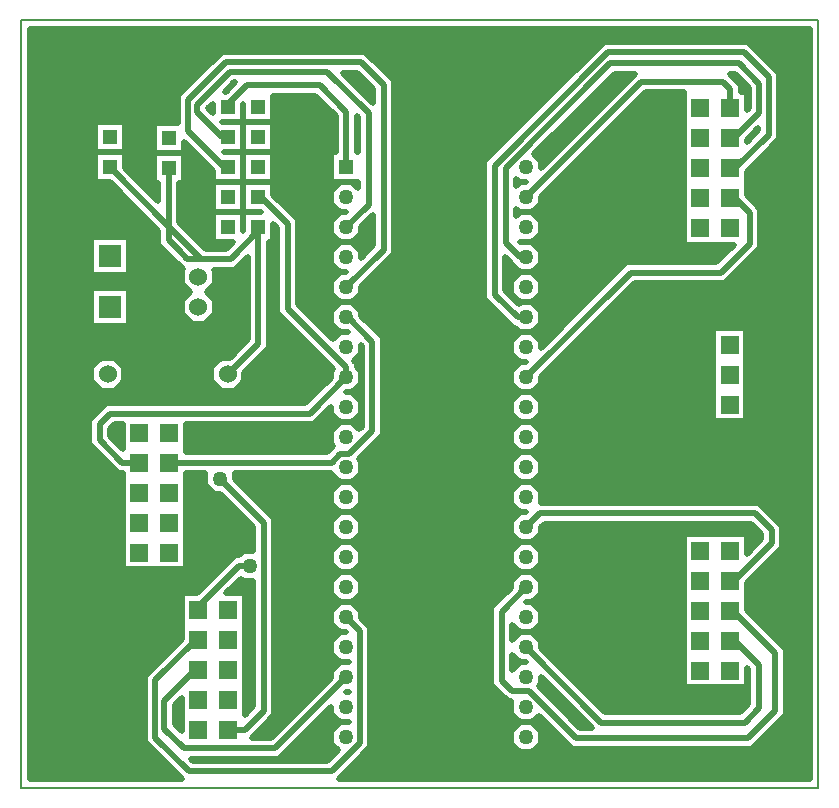
<source format=gbr>
G04 PROTEUS RS274X GERBER FILE*
%FSLAX45Y45*%
%MOMM*%
G01*
%ADD10C,0.508000*%
%ADD11C,1.270000*%
%ADD12R,1.270000X1.270000*%
%ADD13R,1.524000X1.524000*%
%ADD14C,1.524000*%
%ADD15R,1.905000X1.905000*%
%ADD16C,0.203200*%
G36*
X+3426340Y-2676340D02*
X-558587Y-2676340D01*
X-292891Y-2410644D01*
X-292891Y-1391387D01*
X-373001Y-1311277D01*
X-373001Y-1257395D01*
X-447395Y-1183001D01*
X-552605Y-1183001D01*
X-626999Y-1257395D01*
X-626999Y-1362605D01*
X-552605Y-1436999D01*
X-498723Y-1436999D01*
X-498721Y-1437001D01*
X-552605Y-1437001D01*
X-626999Y-1511395D01*
X-626999Y-1616605D01*
X-552605Y-1690999D01*
X-470689Y-1690999D01*
X-470689Y-1691001D01*
X-552605Y-1691001D01*
X-626999Y-1765395D01*
X-626999Y-1819277D01*
X-1137047Y-2329325D01*
X-1298639Y-2329325D01*
X-1106152Y-2136838D01*
X-1106152Y-469782D01*
X-1439963Y-135971D01*
X-1439963Y-88899D01*
X-626999Y-88899D01*
X-626999Y-92605D01*
X-552605Y-166999D01*
X-447395Y-166999D01*
X-373001Y-92605D01*
X-373001Y+12605D01*
X-390247Y+29851D01*
X-188018Y+232080D01*
X-188018Y+1060860D01*
X-373001Y+1245843D01*
X-373001Y+1282605D01*
X-447395Y+1356999D01*
X-552605Y+1356999D01*
X-626999Y+1282605D01*
X-626999Y+1177395D01*
X-552605Y+1103001D01*
X-481603Y+1103001D01*
X-481601Y+1102999D01*
X-552605Y+1102999D01*
X-610728Y+1044876D01*
X-906029Y+1340178D01*
X-906029Y+2060737D01*
X-1115001Y+2269709D01*
X-1115001Y+2376999D01*
X-1368999Y+2376999D01*
X-1368999Y+2123001D01*
X-1219737Y+2123001D01*
X-1219735Y+2122999D01*
X-1368999Y+2122999D01*
X-1368999Y+1958737D01*
X-1369001Y+1958735D01*
X-1369001Y+2122999D01*
X-1622999Y+2122999D01*
X-1622999Y+1869001D01*
X-1458735Y+1869001D01*
X-1514228Y+1813508D01*
X-1687786Y+1813508D01*
X-1911101Y+2036823D01*
X-1911101Y+2369001D01*
X-1873001Y+2369001D01*
X-1873001Y+2622999D01*
X-2126999Y+2622999D01*
X-2126999Y+2369001D01*
X-2088899Y+2369001D01*
X-2088899Y+2214621D01*
X-2373001Y+2498723D01*
X-2373001Y+2626999D01*
X-2626999Y+2626999D01*
X-2626999Y+2373001D01*
X-2498723Y+2373001D01*
X-2088899Y+1963177D01*
X-2088899Y+1844794D01*
X-1881934Y+1637830D01*
X-1889699Y+1630065D01*
X-1889699Y+1514335D01*
X-1820564Y+1445200D01*
X-1889699Y+1376065D01*
X-1889699Y+1260335D01*
X-1807865Y+1178501D01*
X-1692135Y+1178501D01*
X-1610301Y+1260335D01*
X-1610301Y+1376065D01*
X-1679436Y+1445200D01*
X-1610301Y+1514335D01*
X-1610301Y+1630065D01*
X-1615946Y+1635710D01*
X-1440582Y+1635710D01*
X-1330899Y+1745393D01*
X-1330899Y+1044823D01*
X-1486023Y+889699D01*
X-1557865Y+889699D01*
X-1639699Y+807865D01*
X-1639699Y+692135D01*
X-1557865Y+610301D01*
X-1442135Y+610301D01*
X-1360301Y+692135D01*
X-1360301Y+763977D01*
X-1153101Y+971177D01*
X-1153101Y+1869001D01*
X-1115001Y+1869001D01*
X-1115001Y+2018265D01*
X-1083827Y+1987091D01*
X-1083827Y+1266532D01*
X-609450Y+792154D01*
X-626999Y+774605D01*
X-626999Y+720723D01*
X-843827Y+503895D01*
X-2533134Y+503895D01*
X-2675733Y+361296D01*
X-2675733Y+154528D01*
X-2432306Y-88899D01*
X-2389699Y-88899D01*
X-2389699Y-901699D01*
X-1856301Y-901699D01*
X-1856301Y-88899D01*
X-1693961Y-88899D01*
X-1693961Y-187299D01*
X-1619567Y-261693D01*
X-1565685Y-261693D01*
X-1283950Y-543428D01*
X-1283950Y-747262D01*
X-1368226Y-747262D01*
X-1406326Y-785362D01*
X-1442621Y-785362D01*
X-1763560Y-1106301D01*
X-1889699Y-1106301D01*
X-1889699Y-1490797D01*
X-2204211Y-1805309D01*
X-2204211Y-2364845D01*
X-1892716Y-2676340D01*
X-3176340Y-2676340D01*
X-3176340Y+3676340D01*
X+3426340Y+3676340D01*
X+3426340Y-2676340D01*
G37*
%LPC*%
G36*
X-309729Y+3455211D02*
X-91420Y+3236902D01*
X-91420Y+1766858D01*
X-373001Y+1485277D01*
X-373001Y+1431395D01*
X-447395Y+1357001D01*
X-552605Y+1357001D01*
X-626999Y+1431395D01*
X-626999Y+1536605D01*
X-552605Y+1610999D01*
X-498723Y+1610999D01*
X-498721Y+1611001D01*
X-552605Y+1611001D01*
X-626999Y+1685395D01*
X-626999Y+1790605D01*
X-552605Y+1864999D01*
X-447395Y+1864999D01*
X-373001Y+1790605D01*
X-373001Y+1736721D01*
X-269218Y+1840504D01*
X-269218Y+2097060D01*
X-373001Y+1993277D01*
X-373001Y+1939395D01*
X-447395Y+1865001D01*
X-552605Y+1865001D01*
X-626999Y+1939395D01*
X-626999Y+2044605D01*
X-552605Y+2118999D01*
X-498723Y+2118999D01*
X-498721Y+2119001D01*
X-552605Y+2119001D01*
X-626999Y+2193395D01*
X-626999Y+2298605D01*
X-552605Y+2372999D01*
X-447395Y+2372999D01*
X-396728Y+2322332D01*
X-396728Y+2373001D01*
X-626999Y+2373001D01*
X-626999Y+2626999D01*
X-588899Y+2626999D01*
X-588899Y+2936299D01*
X-759945Y+3107345D01*
X-1115001Y+3107345D01*
X-1115001Y+2885001D01*
X-1368999Y+2885001D01*
X-1368999Y+3035823D01*
X-1369001Y+3035821D01*
X-1369001Y+2885001D01*
X-1550350Y+2885001D01*
X-1550348Y+2884999D01*
X-1369001Y+2884999D01*
X-1369001Y+2631001D01*
X-1534040Y+2631001D01*
X-1534038Y+2630999D01*
X-1369001Y+2630999D01*
X-1369001Y+2377001D01*
X-1622999Y+2377001D01*
X-1622999Y+2468516D01*
X-1873001Y+2718518D01*
X-1873001Y+2623001D01*
X-2126999Y+2623001D01*
X-2126999Y+2876999D01*
X-1924279Y+2876999D01*
X-1924279Y+3109888D01*
X-1552918Y+3481249D01*
X-335767Y+3481249D01*
X-309729Y+3455211D01*
G37*
G36*
X-552605Y-167001D02*
X-447395Y-167001D01*
X-373001Y-241395D01*
X-373001Y-346605D01*
X-447395Y-420999D01*
X-552605Y-420999D01*
X-626999Y-346605D01*
X-626999Y-241395D01*
X-552605Y-167001D01*
G37*
G36*
X-552605Y-421001D02*
X-447395Y-421001D01*
X-373001Y-495395D01*
X-373001Y-600605D01*
X-447395Y-674999D01*
X-552605Y-674999D01*
X-626999Y-600605D01*
X-626999Y-495395D01*
X-552605Y-421001D01*
G37*
G36*
X-552605Y-675001D02*
X-447395Y-675001D01*
X-373001Y-749395D01*
X-373001Y-854605D01*
X-447395Y-928999D01*
X-552605Y-928999D01*
X-626999Y-854605D01*
X-626999Y-749395D01*
X-552605Y-675001D01*
G37*
G36*
X-552605Y-929001D02*
X-447395Y-929001D01*
X-373001Y-1003395D01*
X-373001Y-1108605D01*
X-447395Y-1182999D01*
X-552605Y-1182999D01*
X-626999Y-1108605D01*
X-626999Y-1003395D01*
X-552605Y-929001D01*
G37*
G36*
X+1076605Y-2452999D02*
X+971395Y-2452999D01*
X+897001Y-2378605D01*
X+897001Y-2273395D01*
X+971395Y-2199001D01*
X+1076605Y-2199001D01*
X+1150999Y-2273395D01*
X+1150999Y-2378605D01*
X+1076605Y-2452999D01*
G37*
G36*
X+1150999Y-241395D02*
X+1150999Y-338180D01*
X+3000628Y-338180D01*
X+3195064Y-532616D01*
X+3195064Y-718651D01*
X+2893699Y-1020016D01*
X+2893699Y-1244582D01*
X+3223899Y-1574782D01*
X+3223899Y-2139717D01*
X+2941217Y-2422399D01*
X+1410274Y-2422399D01*
X+1131740Y-2143864D01*
X+1076605Y-2198999D01*
X+971395Y-2198999D01*
X+897001Y-2124605D01*
X+897001Y-2021346D01*
X+868994Y-2021346D01*
X+730023Y-1882375D01*
X+730023Y-1224255D01*
X+897001Y-1057277D01*
X+897001Y-1003395D01*
X+971395Y-929001D01*
X+1076605Y-929001D01*
X+1150999Y-1003395D01*
X+1150999Y-1108605D01*
X+1076605Y-1182999D01*
X+1022723Y-1182999D01*
X+1022721Y-1183001D01*
X+1076605Y-1183001D01*
X+1150999Y-1257395D01*
X+1150999Y-1362605D01*
X+1076605Y-1436999D01*
X+971395Y-1436999D01*
X+907821Y-1373425D01*
X+907821Y-1500575D01*
X+971395Y-1437001D01*
X+1076605Y-1437001D01*
X+1150999Y-1511395D01*
X+1150999Y-1565277D01*
X+1696183Y-2110461D01*
X+2838916Y-2110461D01*
X+2907077Y-2042300D01*
X+2907077Y-1747722D01*
X+2893699Y-1734344D01*
X+2893699Y-1901699D01*
X+2360301Y-1901699D01*
X+2360301Y-606301D01*
X+2893699Y-606301D01*
X+2893699Y-768572D01*
X+3017266Y-645005D01*
X+3017266Y-606262D01*
X+2926982Y-515978D01*
X+1181744Y-515978D01*
X+1150999Y-546723D01*
X+1150999Y-600605D01*
X+1076605Y-674999D01*
X+971395Y-674999D01*
X+897001Y-600605D01*
X+897001Y-495395D01*
X+971395Y-421001D01*
X+1025277Y-421001D01*
X+1025279Y-420999D01*
X+971395Y-420999D01*
X+897001Y-346605D01*
X+897001Y-241395D01*
X+971395Y-167001D01*
X+1076605Y-167001D01*
X+1150999Y-241395D01*
G37*
G36*
X+1076605Y-928999D02*
X+971395Y-928999D01*
X+897001Y-854605D01*
X+897001Y-749395D01*
X+971395Y-675001D01*
X+1076605Y-675001D01*
X+1150999Y-749395D01*
X+1150999Y-854605D01*
X+1076605Y-928999D01*
G37*
G36*
X+1076605Y-166999D02*
X+971395Y-166999D01*
X+897001Y-92605D01*
X+897001Y+12605D01*
X+971395Y+86999D01*
X+1076605Y+86999D01*
X+1150999Y+12605D01*
X+1150999Y-92605D01*
X+1076605Y-166999D01*
G37*
G36*
X+1076605Y+87001D02*
X+971395Y+87001D01*
X+897001Y+161395D01*
X+897001Y+266605D01*
X+971395Y+340999D01*
X+1076605Y+340999D01*
X+1150999Y+266605D01*
X+1150999Y+161395D01*
X+1076605Y+87001D01*
G37*
G36*
X+1076605Y+341001D02*
X+971395Y+341001D01*
X+897001Y+415395D01*
X+897001Y+520605D01*
X+971395Y+594999D01*
X+1076605Y+594999D01*
X+1150999Y+520605D01*
X+1150999Y+415395D01*
X+1076605Y+341001D01*
G37*
G36*
X+2928704Y+3539502D02*
X+3169022Y+3299184D01*
X+3169022Y+2739489D01*
X+2893699Y+2464166D01*
X+2893699Y+2264712D01*
X+3006496Y+2151915D01*
X+3006496Y+1817489D01*
X+2709288Y+1520281D01*
X+1948003Y+1520281D01*
X+1150999Y+723277D01*
X+1150999Y+669395D01*
X+1076605Y+595001D01*
X+971395Y+595001D01*
X+897001Y+669395D01*
X+897001Y+774605D01*
X+971395Y+848999D01*
X+1025277Y+848999D01*
X+1025279Y+849001D01*
X+971395Y+849001D01*
X+897001Y+923395D01*
X+897001Y+1028605D01*
X+971395Y+1102999D01*
X+1076605Y+1102999D01*
X+1150999Y+1028605D01*
X+1150999Y+974721D01*
X+1874355Y+1698077D01*
X+2635640Y+1698077D01*
X+2781864Y+1844301D01*
X+2360301Y+1844301D01*
X+2360301Y+3134797D01*
X+2038519Y+3134797D01*
X+1150999Y+2247277D01*
X+1150999Y+2193395D01*
X+1076605Y+2119001D01*
X+971395Y+2119001D01*
X+941471Y+2148925D01*
X+941471Y+2089075D01*
X+971395Y+2118999D01*
X+1076605Y+2118999D01*
X+1150999Y+2044605D01*
X+1150999Y+1939395D01*
X+1076605Y+1865001D01*
X+972916Y+1865001D01*
X+972918Y+1864999D01*
X+1076605Y+1864999D01*
X+1150999Y+1790605D01*
X+1150999Y+1685395D01*
X+1076605Y+1611001D01*
X+971395Y+1611001D01*
X+897001Y+1685395D01*
X+897001Y+1689472D01*
X+848529Y+1737944D01*
X+848529Y+1459515D01*
X+961220Y+1346824D01*
X+971395Y+1356999D01*
X+1076605Y+1356999D01*
X+1150999Y+1282605D01*
X+1150999Y+1177395D01*
X+1076605Y+1103001D01*
X+971395Y+1103001D01*
X+933295Y+1141101D01*
X+915499Y+1141101D01*
X+670731Y+1385869D01*
X+670731Y+2551818D01*
X+1684453Y+3565540D01*
X+2902666Y+3565540D01*
X+2928704Y+3539502D01*
G37*
G36*
X+1076605Y+1357001D02*
X+971395Y+1357001D01*
X+897001Y+1431395D01*
X+897001Y+1536605D01*
X+971395Y+1610999D01*
X+1076605Y+1610999D01*
X+1150999Y+1536605D01*
X+1150999Y+1431395D01*
X+1076605Y+1357001D01*
G37*
G36*
X-1369001Y+2376999D02*
X-1369001Y+2123001D01*
X-1622999Y+2123001D01*
X-1622999Y+2376999D01*
X-1369001Y+2376999D01*
G37*
G36*
X-1115001Y+2630999D02*
X-1115001Y+2377001D01*
X-1368999Y+2377001D01*
X-1368999Y+2630999D01*
X-1115001Y+2630999D01*
G37*
G36*
X-1115001Y+2884999D02*
X-1115001Y+2631001D01*
X-1368999Y+2631001D01*
X-1368999Y+2884999D01*
X-1115001Y+2884999D01*
G37*
G36*
X-2376301Y+807865D02*
X-2376301Y+692135D01*
X-2458135Y+610301D01*
X-2573865Y+610301D01*
X-2655699Y+692135D01*
X-2655699Y+807865D01*
X-2573865Y+889699D01*
X-2458135Y+889699D01*
X-2376301Y+807865D01*
G37*
G36*
X-2658749Y+1159451D02*
X-2658749Y+1476949D01*
X-2341251Y+1476949D01*
X-2341251Y+1159451D01*
X-2658749Y+1159451D01*
G37*
G36*
X-2658749Y+1591251D02*
X-2658749Y+1908749D01*
X-2341251Y+1908749D01*
X-2341251Y+1591251D01*
X-2658749Y+1591251D01*
G37*
G36*
X+2889699Y+860301D02*
X+2889699Y+352301D01*
X+2610301Y+352301D01*
X+2610301Y+1139699D01*
X+2889699Y+1139699D01*
X+2889699Y+860301D01*
G37*
G36*
X-2626999Y+2627001D02*
X-2626999Y+2880999D01*
X-2373001Y+2880999D01*
X-2373001Y+2627001D01*
X-2626999Y+2627001D01*
G37*
%LPD*%
G36*
X-1517267Y+3138999D02*
X-1525436Y+3138999D01*
X-1444690Y+3219745D01*
X-1436521Y+3219745D01*
X-1517267Y+3138999D01*
G37*
G36*
X-269218Y+3163256D02*
X-269218Y+3046337D01*
X-526332Y+3303451D01*
X-409413Y+3303451D01*
X-269218Y+3163256D01*
G37*
G36*
X-1622999Y+2957650D02*
X-1664892Y+2999543D01*
X-1622999Y+3041436D01*
X-1622999Y+2957650D01*
G37*
G36*
X-396728Y+2922403D02*
X-396728Y+2626999D01*
X-411101Y+2626999D01*
X-411101Y+2936776D01*
X-396728Y+2922403D01*
G37*
G36*
X+971395Y-1690999D02*
X+1025277Y-1690999D01*
X+1025279Y-1691001D01*
X+971395Y-1691001D01*
X+907821Y-1754575D01*
X+907821Y-1627425D01*
X+971395Y-1690999D01*
G37*
G36*
X+1578879Y-2244601D02*
X+1483920Y-2244601D01*
X+1130462Y-1891142D01*
X+1150999Y-1870605D01*
X+1150999Y-1816721D01*
X+1578879Y-2244601D01*
G37*
G36*
X+2911101Y+3171790D02*
X+2911101Y+3001219D01*
X+2893699Y+2983817D01*
X+2893699Y+3139699D01*
X+2842899Y+3139699D01*
X+2842899Y+3201375D01*
X+2752687Y+3291587D01*
X+2791304Y+3291587D01*
X+2911101Y+3171790D01*
G37*
G36*
X+2991224Y+2813135D02*
X+2893699Y+2715610D01*
X+2893699Y+2732373D01*
X+2991224Y+2829898D01*
X+2991224Y+2813135D01*
G37*
G36*
X+1938835Y+3286557D02*
X+1150999Y+2498721D01*
X+1150999Y+2552605D01*
X+1093638Y+2609966D01*
X+1775258Y+3291587D01*
X+1943865Y+3291587D01*
X+1938835Y+3286557D01*
G37*
G36*
X+971395Y+2373001D02*
X+1025279Y+2373001D01*
X+1025277Y+2372999D01*
X+971395Y+2372999D01*
X+941471Y+2343075D01*
X+941471Y+2402925D01*
X+971395Y+2373001D01*
G37*
G36*
X-365816Y+987214D02*
X-365816Y+305726D01*
X-388969Y+282573D01*
X-447395Y+340999D01*
X-552605Y+340999D01*
X-626999Y+266605D01*
X-626999Y+161395D01*
X-606511Y+140907D01*
X-658519Y+88899D01*
X-1856301Y+88899D01*
X-1856301Y+326099D01*
X-770179Y+326099D01*
X-626999Y+469279D01*
X-626999Y+415395D01*
X-552605Y+341001D01*
X-447395Y+341001D01*
X-373001Y+415395D01*
X-373001Y+520605D01*
X-447395Y+594999D01*
X-501279Y+594999D01*
X-501277Y+595001D01*
X-447395Y+595001D01*
X-373001Y+669395D01*
X-373001Y+774605D01*
X-411101Y+812705D01*
X-411101Y+845250D01*
X-431124Y+865272D01*
X-373001Y+923395D01*
X-373001Y+994399D01*
X-365816Y+987214D01*
G37*
G36*
X-2389699Y+119938D02*
X-2497935Y+228174D01*
X-2497935Y+287650D01*
X-2459486Y+326099D01*
X-2389699Y+326099D01*
X-2389699Y+119938D01*
G37*
G36*
X-470689Y-1945001D02*
X-501279Y-1945001D01*
X-501277Y-1944999D01*
X-470689Y-1944999D01*
X-470689Y-1945001D01*
G37*
G36*
X-1368226Y-1001260D02*
X-1283950Y-1001260D01*
X-1283950Y-2063192D01*
X-1356301Y-2135543D01*
X-1356301Y-1106301D01*
X-1512116Y-1106301D01*
X-1387650Y-981836D01*
X-1368226Y-1001260D01*
G37*
G36*
X-1889699Y-2147699D02*
X-1889699Y-2274202D01*
X-1947952Y-2215949D01*
X-1947952Y-2050992D01*
X-1889699Y-1992739D01*
X-1889699Y-2147699D01*
G37*
G36*
X-626999Y-2124605D02*
X-552605Y-2198999D01*
X-470689Y-2198999D01*
X-470689Y-2199001D01*
X-552605Y-2199001D01*
X-626999Y-2273395D01*
X-626999Y-2378605D01*
X-569648Y-2435956D01*
X-657239Y-2523548D01*
X-1794064Y-2523548D01*
X-1810489Y-2507123D01*
X-1063401Y-2507123D01*
X-626999Y-2070721D01*
X-626999Y-2124605D01*
G37*
D10*
X+2754000Y-1000000D02*
X+2787993Y-1000000D01*
X+3106165Y-681828D01*
X+3106165Y-569439D01*
X+2963805Y-427079D01*
X+1144921Y-427079D01*
X+1024000Y-548000D01*
X+2754000Y-1508000D02*
X+2793077Y-1508000D01*
X+2995976Y-1710899D01*
X+2995976Y-2079123D01*
X+2875739Y-2199360D01*
X+1659360Y-2199360D01*
X+1024000Y-1564000D01*
X+2754000Y-1254000D02*
X+2777395Y-1254000D01*
X+3135000Y-1611605D01*
X+3135000Y-2102894D01*
X+2904394Y-2333500D01*
X+1447097Y-2333500D01*
X+1046044Y-1932447D01*
X+905817Y-1932447D01*
X+818922Y-1845552D01*
X+818922Y-1261078D01*
X+1024000Y-1056000D01*
X+2754000Y+2238000D02*
X+2794689Y+2238000D01*
X+2917597Y+2115092D01*
X+2917597Y+1854312D01*
X+2672464Y+1609179D01*
X+1911179Y+1609179D01*
X+1024000Y+722000D01*
X+2754000Y+3000000D02*
X+2754000Y+3164552D01*
X+2694856Y+3223696D01*
X+2001696Y+3223696D01*
X+1024000Y+2246000D01*
X+2754000Y+2746000D02*
X+2781604Y+2746000D01*
X+3000000Y+2964396D01*
X+3000000Y+3208613D01*
X+2828127Y+3380486D01*
X+1738435Y+3380486D01*
X+852572Y+2494623D01*
X+852572Y+1859623D01*
X+974195Y+1738000D01*
X+1024000Y+1738000D01*
X+2754000Y+2492000D02*
X+2795811Y+2492000D01*
X+3080123Y+2776312D01*
X+3080123Y+3262361D01*
X+2865843Y+3476641D01*
X+1721276Y+3476641D01*
X+759630Y+2514995D01*
X+759630Y+1422692D01*
X+952322Y+1230000D01*
X+1024000Y+1230000D01*
X-500000Y+2500000D02*
X-500000Y+2973122D01*
X-723122Y+3196244D01*
X-1334300Y+3196244D01*
X-1496000Y+3034544D01*
X-1496000Y+3012000D01*
X-500000Y+1992000D02*
X-307829Y+2184171D01*
X-307829Y+2762118D01*
X-307829Y+2959226D01*
X-657247Y+3308644D01*
X-1481513Y+3308644D01*
X-1759256Y+3030901D01*
X-1759256Y+2968185D01*
X-1549071Y+2758000D01*
X-1496000Y+2758000D01*
X-500000Y+1484000D02*
X-180319Y+1803681D01*
X-180319Y+3200079D01*
X-372590Y+3392350D01*
X-1516095Y+3392350D01*
X-1835380Y+3073065D01*
X-1835380Y+2806619D01*
X-1532761Y+2504000D01*
X-1496000Y+2504000D01*
X-500000Y-1818000D02*
X-1100224Y-2418224D01*
X-1871399Y-2418224D01*
X-2036851Y-2252772D01*
X-2036851Y-2243580D01*
X-2036851Y-2014169D01*
X-1776682Y-1754000D01*
X-1750000Y-1754000D01*
X-500000Y-1310000D02*
X-381790Y-1428210D01*
X-381790Y-2373821D01*
X-620416Y-2612447D01*
X-646875Y-2612447D01*
X-1830887Y-2612447D01*
X-2115312Y-2328022D01*
X-2115312Y-1842132D01*
X-1773180Y-1500000D01*
X-1750000Y-1500000D01*
X-1750000Y-1246000D02*
X-1750000Y-1218463D01*
X-1405798Y-874261D01*
X-1315621Y-874261D01*
X-2250000Y+0D02*
X-2395483Y+0D01*
X-2586834Y+191351D01*
X-2586834Y+324473D01*
X-2496310Y+414997D01*
X-807003Y+414997D01*
X-500000Y+722000D01*
X-1996000Y+0D02*
X-621696Y+0D01*
X-547386Y+74310D01*
X-471510Y+74310D01*
X-276917Y+268903D01*
X-276917Y+1024037D01*
X-482880Y+1230000D01*
X-500000Y+1230000D01*
X-1496000Y-2262000D02*
X-1357036Y-2262000D01*
X-1195051Y-2100015D01*
X-1195051Y-506605D01*
X-1566962Y-134694D01*
X-500000Y+722000D02*
X-500000Y+808427D01*
X-994928Y+1303355D01*
X-994928Y+2023914D01*
X-1221014Y+2250000D01*
X-1242000Y+2250000D01*
X-1242000Y+1996000D02*
X-1242000Y+1960014D01*
X-1242000Y+1008000D01*
X-1500000Y+750000D01*
X-2500000Y+2500000D02*
X-2000000Y+2000000D01*
X-1724609Y+1724609D01*
X-1685243Y+1724609D01*
X-2000000Y+2496000D02*
X-2000000Y+2000000D01*
X-2000000Y+1881617D01*
X-1917533Y+1799150D01*
X-1842992Y+1724609D01*
X-1724609Y+1724609D01*
X-1685243Y+1724609D02*
X-1477405Y+1724609D01*
X-1242000Y+1960014D01*
D11*
X-1315621Y-874261D03*
X-1566962Y-134694D03*
D10*
X+3426340Y-2676340D02*
X-558587Y-2676340D01*
X-292891Y-2410644D01*
X-292891Y-1391387D01*
X-373001Y-1311277D01*
X-373001Y-1257395D01*
X-447395Y-1183001D01*
X-552605Y-1183001D01*
X-626999Y-1257395D01*
X-626999Y-1362605D01*
X-552605Y-1436999D01*
X-498723Y-1436999D01*
X-498721Y-1437001D01*
X-552605Y-1437001D01*
X-626999Y-1511395D01*
X-626999Y-1616605D01*
X-552605Y-1690999D01*
X-470689Y-1690999D01*
X-470689Y-1691001D01*
X-552605Y-1691001D01*
X-626999Y-1765395D01*
X-626999Y-1819277D01*
X-1137047Y-2329325D01*
X-1298639Y-2329325D01*
X-1106152Y-2136838D01*
X-1106152Y-469782D01*
X-1439963Y-135971D01*
X-1439963Y-88899D01*
X-626999Y-88899D01*
X-626999Y-92605D01*
X-552605Y-166999D01*
X-447395Y-166999D01*
X-373001Y-92605D01*
X-373001Y+12605D01*
X-390247Y+29851D01*
X-188018Y+232080D01*
X-188018Y+1060860D01*
X-373001Y+1245843D01*
X-373001Y+1282605D01*
X-447395Y+1356999D01*
X-552605Y+1356999D01*
X-626999Y+1282605D01*
X-626999Y+1177395D01*
X-552605Y+1103001D01*
X-481603Y+1103001D01*
X-481601Y+1102999D01*
X-552605Y+1102999D01*
X-610728Y+1044876D01*
X-906029Y+1340178D01*
X-906029Y+2060737D01*
X-1115001Y+2269709D01*
X-1115001Y+2376999D01*
X-1368999Y+2376999D01*
X-1368999Y+2123001D01*
X-1219737Y+2123001D01*
X-1219735Y+2122999D01*
X-1368999Y+2122999D01*
X-1368999Y+1958737D01*
X-1369001Y+1958735D01*
X-1369001Y+2122999D01*
X-1622999Y+2122999D01*
X-1622999Y+1869001D01*
X-1458735Y+1869001D01*
X-1514228Y+1813508D01*
X-1687786Y+1813508D01*
X-1911101Y+2036823D01*
X-1911101Y+2369001D01*
X-1873001Y+2369001D01*
X-1873001Y+2622999D01*
X-2126999Y+2622999D01*
X-2126999Y+2369001D01*
X-2088899Y+2369001D01*
X-2088899Y+2214621D01*
X-2373001Y+2498723D01*
X-2373001Y+2626999D01*
X-2626999Y+2626999D01*
X-2626999Y+2373001D01*
X-2498723Y+2373001D01*
X-2088899Y+1963177D01*
X-2088899Y+1844794D01*
X-1881934Y+1637830D01*
X-1889699Y+1630065D01*
X-1889699Y+1514335D01*
X-1820564Y+1445200D01*
X-1889699Y+1376065D01*
X-1889699Y+1260335D01*
X-1807865Y+1178501D01*
X-1692135Y+1178501D01*
X-1610301Y+1260335D01*
X-1610301Y+1376065D01*
X-1679436Y+1445200D01*
X-1610301Y+1514335D01*
X-1610301Y+1630065D01*
X-1615946Y+1635710D01*
X-1440582Y+1635710D01*
X-1330899Y+1745393D01*
X-1330899Y+1044823D01*
X-1486023Y+889699D01*
X-1557865Y+889699D01*
X-1639699Y+807865D01*
X-1639699Y+692135D01*
X-1557865Y+610301D01*
X-1442135Y+610301D01*
X-1360301Y+692135D01*
X-1360301Y+763977D01*
X-1153101Y+971177D01*
X-1153101Y+1869001D01*
X-1115001Y+1869001D01*
X-1115001Y+2018265D01*
X-1083827Y+1987091D01*
X-1083827Y+1266532D01*
X-609450Y+792154D01*
X-626999Y+774605D01*
X-626999Y+720723D01*
X-843827Y+503895D01*
X-2533134Y+503895D01*
X-2675733Y+361296D01*
X-2675733Y+154528D01*
X-2432306Y-88899D01*
X-2389699Y-88899D01*
X-2389699Y-901699D01*
X-1856301Y-901699D01*
X-1856301Y-88899D01*
X-1693961Y-88899D01*
X-1693961Y-187299D01*
X-1619567Y-261693D01*
X-1565685Y-261693D01*
X-1283950Y-543428D01*
X-1283950Y-747262D01*
X-1368226Y-747262D01*
X-1406326Y-785362D01*
X-1442621Y-785362D01*
X-1763560Y-1106301D01*
X-1889699Y-1106301D01*
X-1889699Y-1490797D01*
X-2204211Y-1805309D01*
X-2204211Y-2364845D01*
X-1892716Y-2676340D01*
X-3176340Y-2676340D01*
X-3176340Y+3676340D01*
X+3426340Y+3676340D01*
X+3426340Y-2676340D01*
X-309729Y+3455211D02*
X-91420Y+3236902D01*
X-91420Y+1766858D01*
X-373001Y+1485277D01*
X-373001Y+1431395D01*
X-447395Y+1357001D01*
X-552605Y+1357001D01*
X-626999Y+1431395D01*
X-626999Y+1536605D01*
X-552605Y+1610999D01*
X-498723Y+1610999D01*
X-498721Y+1611001D01*
X-552605Y+1611001D01*
X-626999Y+1685395D01*
X-626999Y+1790605D01*
X-552605Y+1864999D01*
X-447395Y+1864999D01*
X-373001Y+1790605D01*
X-373001Y+1736721D01*
X-269218Y+1840504D01*
X-269218Y+2097060D01*
X-373001Y+1993277D01*
X-373001Y+1939395D01*
X-447395Y+1865001D01*
X-552605Y+1865001D01*
X-626999Y+1939395D01*
X-626999Y+2044605D01*
X-552605Y+2118999D01*
X-498723Y+2118999D01*
X-498721Y+2119001D01*
X-552605Y+2119001D01*
X-626999Y+2193395D01*
X-626999Y+2298605D01*
X-552605Y+2372999D01*
X-447395Y+2372999D01*
X-396728Y+2322332D01*
X-396728Y+2373001D01*
X-626999Y+2373001D01*
X-626999Y+2626999D01*
X-588899Y+2626999D01*
X-588899Y+2936299D01*
X-759945Y+3107345D01*
X-1115001Y+3107345D01*
X-1115001Y+2885001D01*
X-1368999Y+2885001D01*
X-1368999Y+3035823D01*
X-1369001Y+3035821D01*
X-1369001Y+2885001D01*
X-1550350Y+2885001D01*
X-1550348Y+2884999D01*
X-1369001Y+2884999D01*
X-1369001Y+2631001D01*
X-1534040Y+2631001D01*
X-1534038Y+2630999D01*
X-1369001Y+2630999D01*
X-1369001Y+2377001D01*
X-1622999Y+2377001D01*
X-1622999Y+2468516D01*
X-1873001Y+2718518D01*
X-1873001Y+2623001D01*
X-2126999Y+2623001D01*
X-2126999Y+2876999D01*
X-1924279Y+2876999D01*
X-1924279Y+3109888D01*
X-1552918Y+3481249D01*
X-335767Y+3481249D01*
X-309729Y+3455211D01*
X-552605Y-167001D02*
X-447395Y-167001D01*
X-373001Y-241395D01*
X-373001Y-346605D01*
X-447395Y-420999D01*
X-552605Y-420999D01*
X-626999Y-346605D01*
X-626999Y-241395D01*
X-552605Y-167001D01*
X-552605Y-421001D02*
X-447395Y-421001D01*
X-373001Y-495395D01*
X-373001Y-600605D01*
X-447395Y-674999D01*
X-552605Y-674999D01*
X-626999Y-600605D01*
X-626999Y-495395D01*
X-552605Y-421001D01*
X-552605Y-675001D02*
X-447395Y-675001D01*
X-373001Y-749395D01*
X-373001Y-854605D01*
X-447395Y-928999D01*
X-552605Y-928999D01*
X-626999Y-854605D01*
X-626999Y-749395D01*
X-552605Y-675001D01*
X-552605Y-929001D02*
X-447395Y-929001D01*
X-373001Y-1003395D01*
X-373001Y-1108605D01*
X-447395Y-1182999D01*
X-552605Y-1182999D01*
X-626999Y-1108605D01*
X-626999Y-1003395D01*
X-552605Y-929001D01*
X+1076605Y-2452999D02*
X+971395Y-2452999D01*
X+897001Y-2378605D01*
X+897001Y-2273395D01*
X+971395Y-2199001D01*
X+1076605Y-2199001D01*
X+1150999Y-2273395D01*
X+1150999Y-2378605D01*
X+1076605Y-2452999D01*
X+1150999Y-241395D02*
X+1150999Y-338180D01*
X+3000628Y-338180D01*
X+3195064Y-532616D01*
X+3195064Y-718651D01*
X+2893699Y-1020016D01*
X+2893699Y-1244582D01*
X+3223899Y-1574782D01*
X+3223899Y-2139717D01*
X+2941217Y-2422399D01*
X+1410274Y-2422399D01*
X+1131740Y-2143864D01*
X+1076605Y-2198999D01*
X+971395Y-2198999D01*
X+897001Y-2124605D01*
X+897001Y-2021346D01*
X+868994Y-2021346D01*
X+730023Y-1882375D01*
X+730023Y-1224255D01*
X+897001Y-1057277D01*
X+897001Y-1003395D01*
X+971395Y-929001D01*
X+1076605Y-929001D01*
X+1150999Y-1003395D01*
X+1150999Y-1108605D01*
X+1076605Y-1182999D01*
X+1022723Y-1182999D01*
X+1022721Y-1183001D01*
X+1076605Y-1183001D01*
X+1150999Y-1257395D01*
X+1150999Y-1362605D01*
X+1076605Y-1436999D01*
X+971395Y-1436999D01*
X+907821Y-1373425D01*
X+907821Y-1500575D01*
X+971395Y-1437001D01*
X+1076605Y-1437001D01*
X+1150999Y-1511395D01*
X+1150999Y-1565277D01*
X+1696183Y-2110461D01*
X+2838916Y-2110461D01*
X+2907077Y-2042300D01*
X+2907077Y-1747722D01*
X+2893699Y-1734344D01*
X+2893699Y-1901699D01*
X+2360301Y-1901699D01*
X+2360301Y-606301D01*
X+2893699Y-606301D01*
X+2893699Y-768572D01*
X+3017266Y-645005D01*
X+3017266Y-606262D01*
X+2926982Y-515978D01*
X+1181744Y-515978D01*
X+1150999Y-546723D01*
X+1150999Y-600605D01*
X+1076605Y-674999D01*
X+971395Y-674999D01*
X+897001Y-600605D01*
X+897001Y-495395D01*
X+971395Y-421001D01*
X+1025277Y-421001D01*
X+1025279Y-420999D01*
X+971395Y-420999D01*
X+897001Y-346605D01*
X+897001Y-241395D01*
X+971395Y-167001D01*
X+1076605Y-167001D01*
X+1150999Y-241395D01*
X+1076605Y-928999D02*
X+971395Y-928999D01*
X+897001Y-854605D01*
X+897001Y-749395D01*
X+971395Y-675001D01*
X+1076605Y-675001D01*
X+1150999Y-749395D01*
X+1150999Y-854605D01*
X+1076605Y-928999D01*
X+1076605Y-166999D02*
X+971395Y-166999D01*
X+897001Y-92605D01*
X+897001Y+12605D01*
X+971395Y+86999D01*
X+1076605Y+86999D01*
X+1150999Y+12605D01*
X+1150999Y-92605D01*
X+1076605Y-166999D01*
X+1076605Y+87001D02*
X+971395Y+87001D01*
X+897001Y+161395D01*
X+897001Y+266605D01*
X+971395Y+340999D01*
X+1076605Y+340999D01*
X+1150999Y+266605D01*
X+1150999Y+161395D01*
X+1076605Y+87001D01*
X+1076605Y+341001D02*
X+971395Y+341001D01*
X+897001Y+415395D01*
X+897001Y+520605D01*
X+971395Y+594999D01*
X+1076605Y+594999D01*
X+1150999Y+520605D01*
X+1150999Y+415395D01*
X+1076605Y+341001D01*
X+2928704Y+3539502D02*
X+3169022Y+3299184D01*
X+3169022Y+2739489D01*
X+2893699Y+2464166D01*
X+2893699Y+2264712D01*
X+3006496Y+2151915D01*
X+3006496Y+1817489D01*
X+2709288Y+1520281D01*
X+1948003Y+1520281D01*
X+1150999Y+723277D01*
X+1150999Y+669395D01*
X+1076605Y+595001D01*
X+971395Y+595001D01*
X+897001Y+669395D01*
X+897001Y+774605D01*
X+971395Y+848999D01*
X+1025277Y+848999D01*
X+1025279Y+849001D01*
X+971395Y+849001D01*
X+897001Y+923395D01*
X+897001Y+1028605D01*
X+971395Y+1102999D01*
X+1076605Y+1102999D01*
X+1150999Y+1028605D01*
X+1150999Y+974721D01*
X+1874355Y+1698077D01*
X+2635640Y+1698077D01*
X+2781864Y+1844301D01*
X+2360301Y+1844301D01*
X+2360301Y+3134797D01*
X+2038519Y+3134797D01*
X+1150999Y+2247277D01*
X+1150999Y+2193395D01*
X+1076605Y+2119001D01*
X+971395Y+2119001D01*
X+941471Y+2148925D01*
X+941471Y+2089075D01*
X+971395Y+2118999D01*
X+1076605Y+2118999D01*
X+1150999Y+2044605D01*
X+1150999Y+1939395D01*
X+1076605Y+1865001D01*
X+972916Y+1865001D01*
X+972918Y+1864999D01*
X+1076605Y+1864999D01*
X+1150999Y+1790605D01*
X+1150999Y+1685395D01*
X+1076605Y+1611001D01*
X+971395Y+1611001D01*
X+897001Y+1685395D01*
X+897001Y+1689472D01*
X+848529Y+1737944D01*
X+848529Y+1459515D01*
X+961220Y+1346824D01*
X+971395Y+1356999D01*
X+1076605Y+1356999D01*
X+1150999Y+1282605D01*
X+1150999Y+1177395D01*
X+1076605Y+1103001D01*
X+971395Y+1103001D01*
X+933295Y+1141101D01*
X+915499Y+1141101D01*
X+670731Y+1385869D01*
X+670731Y+2551818D01*
X+1684453Y+3565540D01*
X+2902666Y+3565540D01*
X+2928704Y+3539502D01*
X+1076605Y+1357001D02*
X+971395Y+1357001D01*
X+897001Y+1431395D01*
X+897001Y+1536605D01*
X+971395Y+1610999D01*
X+1076605Y+1610999D01*
X+1150999Y+1536605D01*
X+1150999Y+1431395D01*
X+1076605Y+1357001D01*
X-1369001Y+2376999D02*
X-1369001Y+2123001D01*
X-1622999Y+2123001D01*
X-1622999Y+2376999D01*
X-1369001Y+2376999D01*
X-1115001Y+2630999D02*
X-1115001Y+2377001D01*
X-1368999Y+2377001D01*
X-1368999Y+2630999D01*
X-1115001Y+2630999D01*
X-1115001Y+2884999D02*
X-1115001Y+2631001D01*
X-1368999Y+2631001D01*
X-1368999Y+2884999D01*
X-1115001Y+2884999D01*
X-2376301Y+807865D02*
X-2376301Y+692135D01*
X-2458135Y+610301D01*
X-2573865Y+610301D01*
X-2655699Y+692135D01*
X-2655699Y+807865D01*
X-2573865Y+889699D01*
X-2458135Y+889699D01*
X-2376301Y+807865D01*
X-2658749Y+1159451D02*
X-2658749Y+1476949D01*
X-2341251Y+1476949D01*
X-2341251Y+1159451D01*
X-2658749Y+1159451D01*
X-2658749Y+1591251D02*
X-2658749Y+1908749D01*
X-2341251Y+1908749D01*
X-2341251Y+1591251D01*
X-2658749Y+1591251D01*
X+2889699Y+860301D02*
X+2889699Y+352301D01*
X+2610301Y+352301D01*
X+2610301Y+1139699D01*
X+2889699Y+1139699D01*
X+2889699Y+860301D01*
X-2626999Y+2627001D02*
X-2626999Y+2880999D01*
X-2373001Y+2880999D01*
X-2373001Y+2627001D01*
X-2626999Y+2627001D01*
X-1517267Y+3138999D02*
X-1525436Y+3138999D01*
X-1444690Y+3219745D01*
X-1436521Y+3219745D01*
X-1517267Y+3138999D01*
X-269218Y+3163256D02*
X-269218Y+3046337D01*
X-526332Y+3303451D01*
X-409413Y+3303451D01*
X-269218Y+3163256D01*
X-1622999Y+2957650D02*
X-1664892Y+2999543D01*
X-1622999Y+3041436D01*
X-1622999Y+2957650D01*
X-396728Y+2922403D02*
X-396728Y+2626999D01*
X-411101Y+2626999D01*
X-411101Y+2936776D01*
X-396728Y+2922403D01*
X-365816Y+987214D02*
X-365816Y+305726D01*
X-388969Y+282573D01*
X-447395Y+340999D01*
X-552605Y+340999D01*
X-626999Y+266605D01*
X-626999Y+161395D01*
X-606511Y+140907D01*
X-658519Y+88899D01*
X-1856301Y+88899D01*
X-1856301Y+326099D01*
X-770179Y+326099D01*
X-626999Y+469279D01*
X-626999Y+415395D01*
X-552605Y+341001D01*
X-447395Y+341001D01*
X-373001Y+415395D01*
X-373001Y+520605D01*
X-447395Y+594999D01*
X-501279Y+594999D01*
X-501277Y+595001D01*
X-447395Y+595001D01*
X-373001Y+669395D01*
X-373001Y+774605D01*
X-411101Y+812705D01*
X-411101Y+845250D01*
X-431124Y+865272D01*
X-373001Y+923395D01*
X-373001Y+994399D01*
X-365816Y+987214D01*
X-2389699Y+119938D02*
X-2497935Y+228174D01*
X-2497935Y+287650D01*
X-2459486Y+326099D01*
X-2389699Y+326099D01*
X-2389699Y+119938D01*
X-470689Y-1945001D02*
X-501279Y-1945001D01*
X-501277Y-1944999D01*
X-470689Y-1944999D01*
X-470689Y-1945001D01*
X-1368226Y-1001260D02*
X-1283950Y-1001260D01*
X-1283950Y-2063192D01*
X-1356301Y-2135543D01*
X-1356301Y-1106301D01*
X-1512116Y-1106301D01*
X-1387650Y-981836D01*
X-1368226Y-1001260D01*
X-1889699Y-2147699D02*
X-1889699Y-2274202D01*
X-1947952Y-2215949D01*
X-1947952Y-2050992D01*
X-1889699Y-1992739D01*
X-1889699Y-2147699D01*
X-626999Y-2124605D02*
X-552605Y-2198999D01*
X-470689Y-2198999D01*
X-470689Y-2199001D01*
X-552605Y-2199001D01*
X-626999Y-2273395D01*
X-626999Y-2378605D01*
X-569648Y-2435956D01*
X-657239Y-2523548D01*
X-1794064Y-2523548D01*
X-1810489Y-2507123D01*
X-1063401Y-2507123D01*
X-626999Y-2070721D01*
X-626999Y-2124605D01*
X+971395Y-1690999D02*
X+1025277Y-1690999D01*
X+1025279Y-1691001D01*
X+971395Y-1691001D01*
X+907821Y-1754575D01*
X+907821Y-1627425D01*
X+971395Y-1690999D01*
X+1578879Y-2244601D02*
X+1483920Y-2244601D01*
X+1130462Y-1891142D01*
X+1150999Y-1870605D01*
X+1150999Y-1816721D01*
X+1578879Y-2244601D01*
X+2911101Y+3171790D02*
X+2911101Y+3001219D01*
X+2893699Y+2983817D01*
X+2893699Y+3139699D01*
X+2842899Y+3139699D01*
X+2842899Y+3201375D01*
X+2752687Y+3291587D01*
X+2791304Y+3291587D01*
X+2911101Y+3171790D01*
X+2991224Y+2813135D02*
X+2893699Y+2715610D01*
X+2893699Y+2732373D01*
X+2991224Y+2829898D01*
X+2991224Y+2813135D01*
X+1938835Y+3286557D02*
X+1150999Y+2498721D01*
X+1150999Y+2552605D01*
X+1093638Y+2609966D01*
X+1775258Y+3291587D01*
X+1943865Y+3291587D01*
X+1938835Y+3286557D01*
X+971395Y+2373001D02*
X+1025279Y+2373001D01*
X+1025277Y+2372999D01*
X+971395Y+2372999D01*
X+941471Y+2343075D01*
X+941471Y+2402925D01*
X+971395Y+2373001D01*
D12*
X-500000Y+2500000D03*
D11*
X-500000Y+2246000D03*
X-500000Y+1992000D03*
X-500000Y+1738000D03*
X-500000Y+1484000D03*
X-500000Y+1230000D03*
X-500000Y+976000D03*
X-500000Y+722000D03*
X-500000Y+468000D03*
X-500000Y+214000D03*
X-500000Y-40000D03*
X-500000Y-294000D03*
X-500000Y-548000D03*
X-500000Y-802000D03*
X-500000Y-1056000D03*
X-500000Y-1310000D03*
X-500000Y-1564000D03*
X-500000Y-1818000D03*
X-500000Y-2072000D03*
X-500000Y-2326000D03*
X+1024000Y-2326000D03*
X+1024000Y-2072000D03*
X+1024000Y-1818000D03*
X+1024000Y-1564000D03*
X+1024000Y-1310000D03*
X+1024000Y-1056000D03*
X+1024000Y-802000D03*
X+1024000Y-548000D03*
X+1024000Y-294000D03*
X+1024000Y-40000D03*
X+1024000Y+214000D03*
X+1024000Y+468000D03*
X+1024000Y+722000D03*
X+1024000Y+976000D03*
X+1024000Y+1230000D03*
X+1024000Y+1484000D03*
X+1024000Y+1738000D03*
X+1024000Y+1992000D03*
X+1024000Y+2246000D03*
X+1024000Y+2500000D03*
D12*
X-1496000Y+3012000D03*
X-1496000Y+2758000D03*
X-1496000Y+2504000D03*
X-1496000Y+2250000D03*
X-1496000Y+1996000D03*
X-1242000Y+1996000D03*
X-1242000Y+2250000D03*
X-1242000Y+2504000D03*
X-1242000Y+2758000D03*
X-1242000Y+3012000D03*
D13*
X-1750000Y-1246000D03*
X-1750000Y-1500000D03*
X-1750000Y-1754000D03*
X-1750000Y-2008000D03*
X-1750000Y-2262000D03*
X-1496000Y-2262000D03*
X-1496000Y-2008000D03*
X-1496000Y-1754000D03*
X-1496000Y-1500000D03*
X-1496000Y-1246000D03*
X+2500000Y+3000000D03*
X+2500000Y+2746000D03*
X+2500000Y+2492000D03*
X+2500000Y+2238000D03*
X+2500000Y+1984000D03*
X+2754000Y+1984000D03*
X+2754000Y+2238000D03*
X+2754000Y+2492000D03*
X+2754000Y+2746000D03*
X+2754000Y+3000000D03*
X+2754000Y-1762000D03*
X+2754000Y-1508000D03*
X+2754000Y-1254000D03*
X+2754000Y-1000000D03*
X+2754000Y-746000D03*
X+2500000Y-746000D03*
X+2500000Y-1000000D03*
X+2500000Y-1254000D03*
X+2500000Y-1508000D03*
X+2500000Y-1762000D03*
D14*
X-1500000Y+750000D03*
X-2516000Y+750000D03*
X-1750000Y+1318200D03*
X-1750000Y+1572200D03*
D15*
X-2500000Y+1318200D03*
X-2500000Y+1750000D03*
D13*
X-2250000Y+254000D03*
X-2250000Y+0D03*
X-2250000Y-254000D03*
X-2250000Y-508000D03*
X-2250000Y-762000D03*
X-1996000Y-762000D03*
X-1996000Y-508000D03*
X-1996000Y-254000D03*
X-1996000Y+0D03*
X-1996000Y+254000D03*
X+2750000Y+1000000D03*
X+2750000Y+746000D03*
X+2750000Y+492000D03*
D12*
X-2000000Y+2496000D03*
X-2000000Y+2750000D03*
X-2500000Y+2500000D03*
X-2500000Y+2754000D03*
D16*
X-3250000Y-2750000D02*
X+3500000Y-2750000D01*
X+3500000Y+3750000D01*
X-3250000Y+3750000D01*
X-3250000Y-2750000D01*
M02*

</source>
